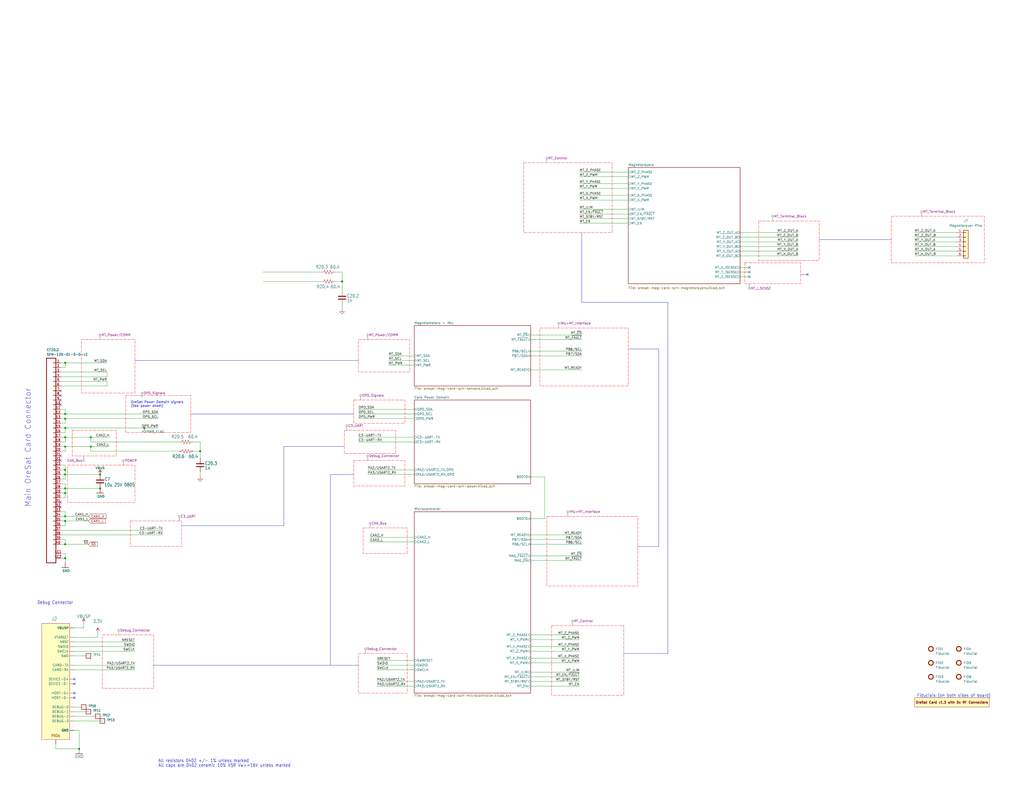
<source format=kicad_sch>
(kicad_sch (version 20250114) (generator "eeschema") (generator_version "9.0")
  (paper "C")
  (title_block (title "OreSat ADCS Card") (date "2023-11-21") (rev "v1.3") (company "Edward Tsoi"))
  (lib_symbols
    (symbol "Connector_Generic:Conn_01x06" (pin_names (offset 1.016) (hide yes))
      (property "Reference" "J" (at 0 7.62 0))
      (property "Value" "Conn_01x06" (at 0 -10.16 0))
      (symbol "Conn_01x06_1_1"
        (rectangle (start -1.27 6.35) (end 1.27 -8.89) (stroke (width 0.254)) (fill (type background)))
        (rectangle (start -1.27 5.207) (end 0 4.953) (stroke (width 0.1524)))
        (rectangle (start -1.27 2.667) (end 0 2.413) (stroke (width 0.1524)))
        (rectangle (start -1.27 0.127) (end 0 -0.127) (stroke (width 0.1524)))
        (rectangle (start -1.27 -2.413) (end 0 -2.667) (stroke (width 0.1524)))
        (rectangle (start -1.27 -4.953) (end 0 -5.207) (stroke (width 0.1524)))
        (rectangle (start -1.27 -7.493) (end 0 -7.747) (stroke (width 0.1524)))
        (pin passive line (at -5.08 5.08 0) (length 3.81) (name "Pin_1") (number "1"))
        (pin passive line (at -5.08 2.54 0) (length 3.81) (name "Pin_2") (number "2"))
        (pin passive line (at -5.08 0 0) (length 3.81) (name "Pin_3") (number "3"))
        (pin passive line (at -5.08 -2.54 0) (length 3.81) (name "Pin_4") (number "4"))
        (pin passive line (at -5.08 -5.08 0) (length 3.81) (name "Pin_5") (number "5"))
        (pin passive line (at -5.08 -7.62 0) (length 3.81) (name "Pin_6") (number "6"))
      )
    )
    (symbol "Device:C" (pin_numbers (hide yes)) (pin_names (offset 0.254))
      (property "Reference" "C" (at 0.635 2.54 0))
      (property "Value" "C" (at 0.635 -2.54 0))
      (symbol "C_0_1"
        (polyline (pts (xy -2.032 0.762) (xy 2.032 0.762)) (stroke (width 0.508)))
        (polyline (pts (xy -2.032 -0.762) (xy 2.032 -0.762)) (stroke (width 0.508)))
      )
      (symbol "C_1_1"
        (pin passive line (at 0 3.81 270) (length 2.794) (name "~") (number "1"))
        (pin passive line (at 0 -3.81 90) (length 2.794) (name "~") (number "2"))
      )
    )
    (symbol "Device:R_US" (pin_numbers (hide yes)) (pin_names (offset 0))
      (property "Reference" "R" (at 2.54 0 90))
      (property "Value" "R_US" (at -2.54 0 90))
      (symbol "R_US_0_1"
        (polyline (pts (xy 0 2.286) (xy 0 2.54)))
        (polyline (pts (xy 0 2.286) (xy 1.016 1.905) (xy 0 1.524) (xy -1.016 1.143) (xy 0 0.762)))
        (polyline (pts (xy 0 0.762) (xy 1.016 0.381) (xy 0 0) (xy -1.016 -0.381) (xy 0 -0.762)))
        (polyline (pts (xy 0 -0.762) (xy 1.016 -1.143) (xy 0 -1.524) (xy -1.016 -1.905) (xy 0 -2.286)))
        (polyline (pts (xy 0 -2.286) (xy 0 -2.54)))
      )
      (symbol "R_US_1_1"
        (pin passive line (at 0 3.81 270) (length 1.27) (name "~") (number "1"))
        (pin passive line (at 0 -3.81 90) (length 1.27) (name "~") (number "2"))
      )
    )
    (symbol "Mechanical:Fiducial"
      (property "Reference" "FID" (at 0 5.08 0))
      (property "Value" "Fiducial" (at 0 3.175 0))
      (symbol "Fiducial_0_1"
        (circle (center 0 0) (radius 1.27) (stroke (width 0.508)) (fill (type background)))
      )
    )
    (symbol "oresat-acs-card-eagle-import:3.3V" (power)
      (property "Value" "3.3V" (at 0 2.794 0))
      (symbol "3.3V_1_0"
        (polyline (pts (xy 0 2.54) (xy -0.762 1.27)) (stroke (width 0.254)))
        (polyline (pts (xy 0.762 1.27) (xy 0 2.54)) (stroke (width 0.254)))
        (pin power_in line (at 0 0 90) (length 2.54) (name "3.3V") (number "1"))
      )
    )
    (symbol "oresat-acs-card-eagle-import:GND" (power)
      (property "Value" "GND" (at -2.54 -2.54 0))
      (symbol "GND_1_0"
        (polyline (pts (xy -1.905 0) (xy 1.905 0)) (stroke (width 0.254)))
        (pin power_in line (at 0 2.54 270) (length 2.54) (name "GND") (number "1"))
      )
    )
    (symbol "oresat-acs-card-eagle-import:TEST-POINT-LARGE-SQUARE"
      (property "Reference" "TP" (at -2.54 2.54 0))
      (symbol "TEST-POINT-LARGE-SQUARE_1_0"
        (polyline (pts (xy -1.27 1.27) (xy 1.27 1.27)) (stroke (width 0.254)))
        (polyline (pts (xy -1.27 -1.27) (xy -1.27 1.27)) (stroke (width 0.254)))
        (polyline (pts (xy 1.27 1.27) (xy 1.27 -1.27)) (stroke (width 0.254)))
        (polyline (pts (xy 1.27 -1.27) (xy -1.27 -1.27)) (stroke (width 0.254)))
        (pin passive line (at 0 0 0) (length 0) (name "1") (number "1"))
      )
    )
    (symbol "oresat-acs-card-eagle-import:VBUS" (power)
      (property "Value" "VBUS" (at 0 0.254 0))
      (symbol "VBUS_1_0"
        (polyline (pts (xy 0 0) (xy -0.762 -1.27)) (stroke (width 0.254)))
        (polyline (pts (xy 0.762 -1.27) (xy 0 0)) (stroke (width 0.254)))
        (pin power_in line (at 0 -2.54 90) (length 2.54) (name "VBUS") (number "1"))
      )
    )
    (symbol "oresat-acs-card-eagle-import:VBUSP" (power)
      (property "Value" "VBUSP" (at 0 2.794 0))
      (symbol "VBUSP_1_0"
        (polyline (pts (xy 0 2.54) (xy -0.762 1.27)) (stroke (width 0.254)))
        (polyline (pts (xy 0.762 1.27) (xy 0 2.54)) (stroke (width 0.254)))
        (pin power_in line (at 0 0 90) (length 2.54) (name "VBUSP") (number "1"))
      )
    )
    (symbol "oresat-connectors:J-SAMTEC-SFM-120-X1-XXX-D" (pin_names (hide yes))
      (property "Reference" "J" (at -15.24 55.88 0))
      (property "Value" "J-SAMTEC-SFM-120-X1-XXX-D" (at 0 53.34 0))
      (symbol "J-SAMTEC-SFM-120-X1-XXX-D_0_1"
        (rectangle (start -2.54 50.8) (end 2.54 -60.96) (stroke (width 0.4)))
        (rectangle (start 2.413 48.387) (end 1.143 48.133) (stroke (width 0.1524)))
        (rectangle (start 2.413 45.847) (end 1.143 45.593) (stroke (width 0.1524)))
        (rectangle (start 2.413 43.307) (end 1.143 43.053) (stroke (width 0.1524)))
        (rectangle (start 2.413 40.767) (end 1.143 40.513) (stroke (width 0.1524)))
        (rectangle (start 2.413 38.227) (end 1.143 37.973) (stroke (width 0.1524)))
        (rectangle (start 2.413 35.687) (end 1.143 35.433) (stroke (width 0.1524)))
        (rectangle (start 2.413 33.147) (end 1.143 32.893) (stroke (width 0.1524)))
        (rectangle (start 2.413 30.607) (end 1.143 30.353) (stroke (width 0.1524)))
        (rectangle (start 2.413 28.067) (end 1.143 27.813) (stroke (width 0.1524)))
        (rectangle (start 2.413 25.527) (end 1.143 25.273) (stroke (width 0.1524)))
        (rectangle (start 2.413 22.987) (end 1.143 22.733) (stroke (width 0.1524)))
        (rectangle (start 2.413 20.447) (end 1.143 20.193) (stroke (width 0.1524)))
        (rectangle (start 2.413 17.907) (end 1.143 17.653) (stroke (width 0.1524)))
        (rectangle (start 2.413 15.367) (end 1.143 15.113) (stroke (width 0.1524)))
        (rectangle (start 2.413 12.827) (end 1.143 12.573) (stroke (width 0.1524)))
        (rectangle (start 2.413 10.287) (end 1.143 10.033) (stroke (width 0.1524)))
        (rectangle (start 2.413 7.747) (end 1.143 7.493) (stroke (width 0.1524)))
        (rectangle (start 2.413 5.207) (end 1.143 4.953) (stroke (width 0.1524)))
        (rectangle (start 2.413 2.667) (end 1.143 2.413) (stroke (width 0.1524)))
        (rectangle (start 2.413 0.127) (end 1.143 -0.127) (stroke (width 0.1524)))
        (rectangle (start 2.413 -2.413) (end 1.143 -2.667) (stroke (width 0.1524)))
        (rectangle (start 2.413 -4.953) (end 1.143 -5.207) (stroke (width 0.1524)))
        (rectangle (start 2.413 -7.493) (end 1.143 -7.747) (stroke (width 0.1524)))
        (rectangle (start 2.413 -10.033) (end 1.143 -10.287) (stroke (width 0.1524)))
        (rectangle (start 2.413 -12.573) (end 1.143 -12.827) (stroke (width 0.1524)))
        (rectangle (start 2.413 -15.113) (end 1.143 -15.367) (stroke (width 0.1524)))
        (rectangle (start 2.413 -17.653) (end 1.143 -17.907) (stroke (width 0.1524)))
        (rectangle (start 2.413 -20.193) (end 1.143 -20.447) (stroke (width 0.1524)))
        (rectangle (start 2.413 -22.733) (end 1.143 -22.987) (stroke (width 0.1524)))
        (rectangle (start 2.413 -25.273) (end 1.143 -25.527) (stroke (width 0.1524)))
        (rectangle (start 2.413 -27.813) (end 1.143 -28.067) (stroke (width 0.1524)))
        (rectangle (start 2.413 -30.353) (end 1.143 -30.607) (stroke (width 0.1524)))
        (rectangle (start 2.413 -32.893) (end 1.143 -33.147) (stroke (width 0.1524)))
        (rectangle (start 2.413 -35.433) (end 1.143 -35.687) (stroke (width 0.1524)))
        (rectangle (start 2.413 -37.973) (end 1.143 -38.227) (stroke (width 0.1524)))
        (rectangle (start 2.413 -40.513) (end 1.143 -40.767) (stroke (width 0.1524)))
        (rectangle (start 2.413 -43.053) (end 1.143 -43.307) (stroke (width 0.1524)))
        (rectangle (start 2.413 -45.593) (end 1.143 -45.847) (stroke (width 0.1524)))
        (rectangle (start 2.413 -48.133) (end 1.143 -48.387) (stroke (width 0.1524)))
        (rectangle (start 2.413 -50.673) (end 1.143 -50.927) (stroke (width 0.1524)))
      )
      (symbol "J-SAMTEC-SFM-120-X1-XXX-D_1_1"
        (pin passive line (at 5.08 48.26 180) (length 2.54) (name "") (number "1"))
        (pin passive line (at 5.08 45.72 180) (length 2.54) (name "") (number "2"))
        (pin passive line (at 5.08 43.18 180) (length 2.54) (name "") (number "3"))
        (pin passive line (at 5.08 40.64 180) (length 2.54) (name "") (number "4"))
        (pin passive line (at 5.08 38.1 180) (length 2.54) (name "") (number "5"))
        (pin passive line (at 5.08 35.56 180) (length 2.54) (name "") (number "6"))
        (pin passive line (at 5.08 33.02 180) (length 2.54) (name "") (number "7"))
        (pin passive line (at 5.08 30.48 180) (length 2.54) (name "") (number "8"))
        (pin passive line (at 5.08 27.94 180) (length 2.54) (name "") (number "9"))
        (pin passive line (at 5.08 25.4 180) (length 2.54) (name "") (number "10"))
        (pin passive line (at 5.08 22.86 180) (length 2.54) (name "") (number "11"))
        (pin passive line (at 5.08 20.32 180) (length 2.54) (name "") (number "12"))
        (pin passive line (at 5.08 17.78 180) (length 2.54) (name "") (number "13"))
        (pin passive line (at 5.08 15.24 180) (length 2.54) (name "") (number "14"))
        (pin passive line (at 5.08 12.7 180) (length 2.54) (name "") (number "15"))
        (pin passive line (at 5.08 10.16 180) (length 2.54) (name "") (number "16"))
        (pin passive line (at 5.08 7.62 180) (length 2.54) (name "") (number "17"))
        (pin passive line (at 5.08 5.08 180) (length 2.54) (name "") (number "18"))
        (pin passive line (at 5.08 2.54 180) (length 2.54) (name "") (number "19"))
        (pin passive line (at 5.08 0 180) (length 2.54) (name "") (number "20"))
        (pin passive line (at 5.08 -2.54 180) (length 2.54) (name "") (number "21"))
        (pin passive line (at 5.08 -5.08 180) (length 2.54) (name "") (number "22"))
        (pin passive line (at 5.08 -7.62 180) (length 2.54) (name "") (number "23"))
        (pin passive line (at 5.08 -10.16 180) (length 2.54) (name "") (number "24"))
        (pin passive line (at 5.08 -12.7 180) (length 2.54) (name "") (number "25"))
        (pin passive line (at 5.08 -15.24 180) (length 2.54) (name "") (number "26"))
        (pin passive line (at 5.08 -17.78 180) (length 2.54) (name "") (number "27"))
        (pin passive line (at 5.08 -20.32 180) (length 2.54) (name "") (number "28"))
        (pin passive line (at 5.08 -22.86 180) (length 2.54) (name "") (number "29"))
        (pin passive line (at 5.08 -25.4 180) (length 2.54) (name "") (number "30"))
        (pin passive line (at 5.08 -27.94 180) (length 2.54) (name "") (number "31"))
        (pin passive line (at 5.08 -30.48 180) (length 2.54) (name "") (number "32"))
        (pin passive line (at 5.08 -33.02 180) (length 2.54) (name "") (number "33"))
        (pin passive line (at 5.08 -35.56 180) (length 2.54) (name "") (number "34"))
        (pin passive line (at 5.08 -38.1 180) (length 2.54) (name "") (number "35"))
        (pin passive line (at 5.08 -40.64 180) (length 2.54) (name "") (number "36"))
        (pin passive line (at 5.08 -43.18 180) (length 2.54) (name "") (number "37"))
        (pin passive line (at 5.08 -45.72 180) (length 2.54) (name "") (number "38"))
        (pin passive line (at 5.08 -48.26 180) (length 2.54) (name "") (number "39"))
        (pin passive line (at 5.08 -50.8 180) (length 2.54) (name "") (number "40"))
        (pin passive line (at 5.08 -55.88 180) (length 2.54) (name "") (number "LC1"))
        (pin passive line (at 5.08 -58.42 180) (length 2.54) (name "") (number "LC2"))
      )
    )
    (symbol "oresat-connectors:J-TE-2-1734592-0"
      (property "Reference" "J" (at 0 35.56 0))
      (property "Value" "2-1734592-0" (at 0 33.02 0))
      (symbol "J-TE-2-1734592-0_0_1"
        (rectangle (start -7.62 30.48) (end 7.62 -33.02) (fill (type background)))
      )
      (symbol "J-TE-2-1734592-0_1_0"
        (text "PADs" (at -2.54 -31.75 0) (effects (font (size 1.524 1.2954)) (justify left bottom)))
        (pin passive line (at 0 -35.56 90) (length 2.54) (name "PAD") (number "PAD1"))
        (pin passive line (at 0 -35.56 90) (length 2.54) (name "PAD") (number "PAD2"))
        (pin passive line (at 10.16 27.94 180) (length 2.54) (name "VBUSP") (number "1"))
        (pin passive line (at 10.16 27.94 180) (length 2.54) (name "VBUSP") (number "2"))
        (pin passive line (at 10.16 22.86 180) (length 2.54) (name "VTARGET") (number "11"))
        (pin passive line (at 10.16 20.32 180) (length 2.54) (name "NRST") (number "10"))
        (pin passive line (at 10.16 17.78 180) (length 2.54) (name "SWDIO") (number "14"))
        (pin passive line (at 10.16 15.24 180) (length 2.54) (name "SWCLK") (number "15"))
        (pin passive line (at 10.16 12.7 180) (length 2.54) (name "SWO") (number "16"))
        (pin passive line (at 10.16 7.62 180) (length 2.54) (name "CARD-TX") (number "13"))
        (pin passive line (at 10.16 5.08 180) (length 2.54) (name "CARD-RX") (number "12"))
        (pin passive line (at 10.16 0 180) (length 2.54) (name "DEVICE-D+") (number "4"))
        (pin passive line (at 10.16 -2.54 180) (length 2.54) (name "DEVICE-D-") (number "5"))
        (pin passive line (at 10.16 -7.62 180) (length 2.54) (name "HOST-D+") (number "7"))
        (pin passive line (at 10.16 -10.16 180) (length 2.54) (name "HOST-D-") (number "8"))
        (pin passive line (at 10.16 -15.24 180) (length 2.54) (name "DEBUG-0") (number "17"))
        (pin passive line (at 10.16 -17.78 180) (length 2.54) (name "DEBUG-1") (number "18"))
        (pin passive line (at 10.16 -20.32 180) (length 2.54) (name "DEBUG-2") (number "19"))
        (pin passive line (at 10.16 -22.86 180) (length 2.54) (name "DEBUG-3") (number "20"))
        (pin passive line (at 10.16 -27.94 180) (length 2.54) (name "GND") (number "3"))
        (pin passive line (at 10.16 -27.94 180) (length 2.54) (name "GND") (number "6"))
        (pin passive line (at 10.16 -27.94 180) (length 2.54) (name "GND") (number "9"))
      )
    )
    (symbol "oresat-pcbs:ORESAT-CARD-V1.3-0RF"
      (symbol "ORESAT-CARD-V1.3-0RF_1_0"
        (rectangle (start -20.32 2.54) (end 20.32 -2.54) (fill (type background)))
        (text "OreSat Card v1.3 with 0x RF Connectors" (at 0 0 0) (effects (font (size 1.27 1.27) (bold yes))))
      )
    )
    (symbol "power:GND" (power) (pin_numbers (hide yes)) (pin_names (offset 0) (hide yes))
      (property "Value" "GND" (at 0 -3.81 0))
      (symbol "GND_0_1"
        (polyline (pts (xy 0 0) (xy 0 -1.27) (xy 1.27 -1.27) (xy 0 -2.54) (xy -1.27 -1.27) (xy 0 -1.27)))
      )
      (symbol "GND_1_1"
        (pin power_in line (at 0 0 270) (length 0) (name "~") (number "1"))
      )
    )
    (symbol "power:PWR_FLAG" (power) (pin_numbers (hide yes)) (pin_names (offset 0) (hide yes))
      (property "Value" "PWR_FLAG" (at 0 3.81 0))
      (symbol "PWR_FLAG_0_0"
        (pin power_out line (at 0 0 90) (length 0) (name "pwr") (number "1"))
      )
      (symbol "PWR_FLAG_0_1"
        (polyline (pts (xy 0 0) (xy 0 1.27) (xy -1.016 1.905) (xy 0 2.54) (xy 1.016 1.905) (xy 0 1.27)))
      )
    )
  )
  (text "Main OreSat Card Connector" (at 17.018 277.114 90) (effects (font (size 3 3)) (justify left bottom)))
  (text "Debug Connector\n" (at 20.32 330.2 0) (effects (font (size 1.778 1.5113)) (justify left bottom)))
  (text "Fiducials (on both sides of board)" (at 500.38 381 0) (effects (font (size 1.778 1.5113)) (justify left bottom)))
  (text "All caps are 0402 ceramic 10% X5R Vw>=16V unless marked" (at 86.36 419.1 0) (effects (font (size 1.778 1.5113)) (justify left bottom)))
  (text "OreSat Power Domain signals\n(See power sheet)" (at 71.374 222.504 0) (effects (font (size 1.27 1.27)) (justify left bottom)))
  (text "All resistors 0402 +/- 1% unless marked" (at 86.36 416.56 0) (effects (font (size 1.778 1.5113)) (justify left bottom)))
  (junction (at 186.69 153.67))
  (junction (at 35.56 256.54) (diameter 0.9144))
  (junction (at 43.18 408.94))
  (junction (at 35.56 243.84))
  (junction (at 35.56 228.6) (diameter 0.9144))
  (junction (at 35.56 284.48) (diameter 0.9144))
  (junction (at 35.56 198.12) (diameter 0.9144))
  (junction (at 78.74 233.68))
  (junction (at 35.56 297.18) (diameter 0.9144))
  (junction (at 54.61 266.7))
  (junction (at 35.56 266.7) (diameter 0.9144))
  (junction (at 35.56 281.94) (diameter 0.9144))
  (junction (at 35.56 226.06) (diameter 0.9144))
  (junction (at 35.56 238.76))
  (junction (at 35.56 304.8))
  (junction (at 54.61 259.08))
  (junction (at 35.56 259.08) (diameter 0.9144))
  (junction (at 49.53 238.76))
  (junction (at 35.56 233.68) (diameter 0.9144))
  (junction (at 35.56 269.24) (diameter 0.9144))
  (junction (at 49.53 243.84))
  (junction (at 109.22 246.38))
  (no_connect (at 33.02 213.36))
  (no_connect (at 408.94 151.13))
  (no_connect (at 40.64 370.84))
  (no_connect (at 33.02 248.92))
  (no_connect (at 440.69 149.86))
  (no_connect (at 33.02 215.9))
  (no_connect (at 33.02 276.86))
  (no_connect (at 40.64 381))
  (no_connect (at 408.94 148.59))
  (no_connect (at 33.02 218.44))
  (no_connect (at 33.02 274.32))
  (no_connect (at 33.02 251.46))
  (no_connect (at 33.02 220.98))
  (no_connect (at 40.64 373.38))
  (no_connect (at 40.64 378.46))
  (no_connect (at 408.94 146.05))
  (wire (pts (xy 182.88 148.59) (xy 186.69 148.59)))
  (wire (pts (xy 33.02 304.8) (xy 35.56 304.8)))
  (wire (pts (xy 226.06 293.37) (xy 201.93 293.37)))
  (wire (pts (xy 35.56 269.24) (xy 35.56 266.7)))
  (wire (pts (xy 289.56 292.1) (xy 317.5 292.1)))
  (wire (pts (xy 35.56 200.66) (xy 35.56 198.12)))
  (wire (pts (xy 33.02 271.78) (xy 35.56 271.78)))
  (wire (pts (xy 316.23 109.22) (xy 342.9 109.22)))
  (wire (pts (xy 33.02 223.52) (xy 35.56 223.52)))
  (wire (pts (xy 58.42 203.2) (xy 58.42 205.74)))
  (wire (pts (xy 33.02 269.24) (xy 35.56 269.24)))
  (wire (pts (xy 195.58 238.76) (xy 226.06 238.76)))
  (wire (pts (xy 48.26 388.62) (xy 40.64 388.62)))
  (wire (pts (xy 289.56 182.88) (xy 317.5 182.88)))
  (wire (pts (xy 186.69 148.59) (xy 186.69 153.67)))
  (wire (pts (xy 33.02 289.56) (xy 88.9 289.56)))
  (wire (pts (xy 33.02 284.48) (xy 35.56 284.48)))
  (wire (pts (xy 499.11 132.08) (xy 521.97 132.08)))
  (wire (pts (xy 316.23 349.25) (xy 289.56 349.25)))
  (wire (pts (xy 33.02 238.76) (xy 35.56 238.76)))
  (wire (pts (xy 499.11 127) (xy 521.97 127)))
  (wire (pts (xy 35.56 279.4) (xy 35.56 281.94)))
  (wire (pts (xy 45.72 342.9) (xy 45.72 340.36)))
  (wire (pts (xy 33.02 259.08) (xy 35.56 259.08)))
  (wire (pts (xy 33.02 302.26) (xy 35.56 302.26)))
  (wire (pts (xy 33.02 241.3) (xy 35.56 241.3)))
  (wire (pts (xy 48.26 358.14) (xy 40.64 358.14)))
  (wire (pts (xy 35.56 228.6) (xy 35.56 231.14)))
  (wire (pts (xy 33.02 294.64) (xy 35.56 294.64)))
  (wire (pts (xy 33.02 254) (xy 35.56 254)))
  (wire (pts (xy 33.02 208.28) (xy 58.42 208.28)))
  (wire (pts (xy 33.02 266.7) (xy 35.56 266.7)))
  (wire (pts (xy 35.56 256.54) (xy 35.56 259.08)))
  (wire (pts (xy 195.58 226.06) (xy 226.06 226.06)))
  (wire (pts (xy 205.74 363.22) (xy 226.06 363.22)))
  (wire (pts (xy 297.18 260.35) (xy 297.18 283.21)))
  (wire (pts (xy 289.56 191.77) (xy 317.5 191.77)))
  (wire (pts (xy 195.58 228.6) (xy 226.06 228.6)))
  (wire (pts (xy 403.86 127) (xy 435.61 127)))
  (polyline (pts (xy 447.04 130.81) (xy 486.41 130.81)))
  (wire (pts (xy 33.02 243.84) (xy 35.56 243.84)))
  (wire (pts (xy 186.69 153.67) (xy 186.69 158.75)))
  (wire (pts (xy 49.53 243.84) (xy 59.69 243.84)))
  (wire (pts (xy 33.02 292.1) (xy 88.9 292.1)))
  (wire (pts (xy 316.23 374.65) (xy 289.56 374.65)))
  (polyline (pts (xy 359.41 298.45) (xy 347.98 298.45)))
  (wire (pts (xy 35.56 287.02) (xy 33.02 287.02)))
  (wire (pts (xy 109.22 246.38) (xy 109.22 250.19)))
  (wire (pts (xy 105.41 241.3) (xy 109.22 241.3)))
  (wire (pts (xy 316.23 367.03) (xy 289.56 367.03)))
  (wire (pts (xy 289.56 306.07) (xy 317.5 306.07)))
  (wire (pts (xy 316.23 353.06) (xy 289.56 353.06)))
  (wire (pts (xy 55.88 393.7) (xy 40.64 393.7)))
  (wire (pts (xy 105.41 246.38) (xy 109.22 246.38)))
  (wire (pts (xy 58.42 208.28) (xy 58.42 210.82)))
  (polyline (pts (xy 317.5 165.1) (xy 364.49 165.1)))
  (wire (pts (xy 33.02 231.14) (xy 35.56 231.14)))
  (wire (pts (xy 143.51 153.67) (xy 175.26 153.67)))
  (wire (pts (xy 205.74 374.65) (xy 226.06 374.65)))
  (wire (pts (xy 49.53 238.76) (xy 49.53 241.3)))
  (polyline (pts (xy 99.06 287.02) (xy 154.94 287.02)))
  (wire (pts (xy 35.56 226.06) (xy 86.36 226.06)))
  (wire (pts (xy 289.56 303.53) (xy 317.5 303.53)))
  (wire (pts (xy 316.23 100.33) (xy 342.9 100.33)))
  (wire (pts (xy 316.23 346.71) (xy 289.56 346.71)))
  (wire (pts (xy 316.23 121.92) (xy 342.9 121.92)))
  (wire (pts (xy 316.23 355.6) (xy 289.56 355.6)))
  (wire (pts (xy 35.56 233.68) (xy 78.74 233.68)))
  (wire (pts (xy 35.56 266.7) (xy 54.61 266.7)))
  (wire (pts (xy 403.86 146.05) (xy 408.94 146.05)))
  (polyline (pts (xy 83.82 363.22) (xy 195.58 363.22)))
  (wire (pts (xy 30.48 408.94) (xy 43.18 408.94)))
  (wire (pts (xy 403.86 129.54) (xy 435.61 129.54)))
  (wire (pts (xy 35.56 238.76) (xy 35.56 241.3)))
  (wire (pts (xy 205.74 372.11) (xy 226.06 372.11)))
  (wire (pts (xy 499.11 134.62) (xy 521.97 134.62)))
  (wire (pts (xy 35.56 294.64) (xy 35.56 297.18)))
  (wire (pts (xy 35.56 228.6) (xy 86.36 228.6)))
  (wire (pts (xy 289.56 260.35) (xy 297.18 260.35)))
  (wire (pts (xy 205.74 365.76) (xy 226.06 365.76)))
  (polyline (pts (xy 180.34 363.22) (xy 180.34 259.08)))
  (wire (pts (xy 316.23 119.38) (xy 342.9 119.38)))
  (wire (pts (xy 212.09 196.85) (xy 226.06 196.85)))
  (wire (pts (xy 316.23 359.41) (xy 289.56 359.41)))
  (polyline (pts (xy 154.94 243.84) (xy 187.96 243.84)))
  (wire (pts (xy 316.23 106.68) (xy 342.9 106.68)))
  (wire (pts (xy 40.64 350.52) (xy 73.66 350.52)))
  (wire (pts (xy 30.48 406.4) (xy 30.48 408.94)))
  (polyline (pts (xy 364.49 356.87) (xy 340.36 356.87)))
  (polyline (pts (xy 364.49 165.1) (xy 364.49 356.87)))
  (wire (pts (xy 186.69 166.37) (xy 186.69 168.91)))
  (wire (pts (xy 316.23 361.95) (xy 289.56 361.95)))
  (wire (pts (xy 499.11 139.7) (xy 521.97 139.7)))
  (wire (pts (xy 289.56 297.18) (xy 317.5 297.18)))
  (wire (pts (xy 212.09 199.39) (xy 226.06 199.39)))
  (wire (pts (xy 33.02 198.12) (xy 35.56 198.12)))
  (polyline (pts (xy 180.34 259.08) (xy 193.04 259.08)))
  (wire (pts (xy 316.23 96.52) (xy 342.9 96.52)))
  (wire (pts (xy 40.64 347.98) (xy 53.34 347.98)))
  (wire (pts (xy 35.56 297.18) (xy 48.26 297.18)))
  (wire (pts (xy 49.53 238.76) (xy 59.69 238.76)))
  (wire (pts (xy 33.02 279.4) (xy 35.56 279.4)))
  (wire (pts (xy 33.02 233.68) (xy 35.56 233.68)))
  (wire (pts (xy 143.51 148.59) (xy 175.26 148.59)))
  (wire (pts (xy 289.56 194.31) (xy 317.5 194.31)))
  (wire (pts (xy 316.23 369.57) (xy 289.56 369.57)))
  (wire (pts (xy 35.56 269.24) (xy 35.56 271.78)))
  (polyline (pts (xy 359.41 190.5) (xy 359.41 298.45)))
  (wire (pts (xy 499.11 137.16) (xy 521.97 137.16)))
  (wire (pts (xy 40.64 398.78) (xy 43.18 398.78)))
  (wire (pts (xy 33.02 205.74) (xy 58.42 205.74)))
  (wire (pts (xy 33.02 228.6) (xy 35.56 228.6)))
  (wire (pts (xy 316.23 114.3) (xy 342.9 114.3)))
  (polyline (pts (xy 195.58 196.85) (xy 73.66 196.85)))
  (wire (pts (xy 205.74 360.68) (xy 226.06 360.68)))
  (wire (pts (xy 33.02 200.66) (xy 35.56 200.66)))
  (wire (pts (xy 35.56 238.76) (xy 49.53 238.76)))
  (wire (pts (xy 35.56 243.84) (xy 35.56 246.38)))
  (polyline (pts (xy 154.94 287.02) (xy 154.94 243.84)))
  (wire (pts (xy 40.64 355.6) (xy 73.66 355.6)))
  (polyline (pts (xy 436.88 149.86) (xy 440.69 149.86)))
  (wire (pts (xy 35.56 233.68) (xy 35.56 236.22)))
  (wire (pts (xy 49.53 246.38) (xy 97.79 246.38)))
  (wire (pts (xy 195.58 223.52) (xy 226.06 223.52)))
  (wire (pts (xy 289.56 201.93) (xy 317.5 201.93)))
  (wire (pts (xy 40.64 342.9) (xy 45.72 342.9)))
  (wire (pts (xy 35.56 302.26) (xy 35.56 304.8)))
  (wire (pts (xy 40.64 386.08) (xy 45.72 386.08)))
  (wire (pts (xy 33.02 203.2) (xy 58.42 203.2)))
  (wire (pts (xy 35.56 256.54) (xy 33.02 256.54)))
  (wire (pts (xy 33.02 264.16) (xy 35.56 264.16)))
  (wire (pts (xy 403.86 132.08) (xy 435.61 132.08)))
  (wire (pts (xy 35.56 284.48) (xy 48.26 284.48)))
  (wire (pts (xy 40.64 353.06) (xy 73.66 353.06)))
  (wire (pts (xy 109.22 257.81) (xy 109.22 260.35)))
  (wire (pts (xy 316.23 102.87) (xy 342.9 102.87)))
  (wire (pts (xy 195.58 241.3) (xy 226.06 241.3)))
  (wire (pts (xy 316.23 372.11) (xy 289.56 372.11)))
  (wire (pts (xy 403.86 151.13) (xy 408.94 151.13)))
  (wire (pts (xy 35.56 223.52) (xy 35.56 226.06)))
  (wire (pts (xy 33.02 210.82) (xy 58.42 210.82)))
  (wire (pts (xy 40.64 391.16) (xy 53.34 391.16)))
  (wire (pts (xy 35.56 259.08) (xy 54.61 259.08)))
  (wire (pts (xy 289.56 294.64) (xy 317.5 294.64)))
  (wire (pts (xy 316.23 116.84) (xy 342.9 116.84)))
  (polyline (pts (xy 317.5 127) (xy 317.5 165.1)))
  (wire (pts (xy 49.53 243.84) (xy 49.53 246.38)))
  (wire (pts (xy 316.23 93.98) (xy 342.9 93.98)))
  (wire (pts (xy 289.56 283.21) (xy 297.18 283.21)))
  (wire (pts (xy 212.09 194.31) (xy 226.06 194.31)))
  (wire (pts (xy 403.86 134.62) (xy 435.61 134.62)))
  (wire (pts (xy 499.11 129.54) (xy 521.97 129.54)))
  (wire (pts (xy 33.02 236.22) (xy 35.56 236.22)))
  (wire (pts (xy 182.88 153.67) (xy 186.69 153.67)))
  (wire (pts (xy 40.64 363.22) (xy 73.66 363.22)))
  (wire (pts (xy 35.56 261.62) (xy 33.02 261.62)))
  (wire (pts (xy 35.56 297.18) (xy 33.02 297.18)))
  (polyline (pts (xy 193.04 226.06) (xy 104.14 226.06)))
  (wire (pts (xy 40.64 365.76) (xy 73.66 365.76)))
  (wire (pts (xy 200.66 256.54) (xy 226.06 256.54)))
  (wire (pts (xy 35.56 243.84) (xy 49.53 243.84)))
  (wire (pts (xy 35.56 198.12) (xy 58.42 198.12)))
  (wire (pts (xy 109.22 241.3) (xy 109.22 246.38)))
  (wire (pts (xy 35.56 246.38) (xy 33.02 246.38)))
  (wire (pts (xy 403.86 148.59) (xy 408.94 148.59)))
  (wire (pts (xy 200.66 259.08) (xy 226.06 259.08)))
  (wire (pts (xy 226.06 295.91) (xy 201.93 295.91)))
  (wire (pts (xy 289.56 185.42) (xy 317.5 185.42)))
  (wire (pts (xy 403.86 139.7) (xy 435.61 139.7)))
  (wire (pts (xy 43.18 398.78) (xy 43.18 408.94)))
  (wire (pts (xy 35.56 284.48) (xy 35.56 287.02)))
  (wire (pts (xy 53.34 347.98) (xy 53.34 345.44)))
  (wire (pts (xy 35.56 254) (xy 35.56 256.54)))
  (wire (pts (xy 403.86 137.16) (xy 435.61 137.16)))
  (wire (pts (xy 35.56 259.08) (xy 35.56 261.62)))
  (wire (pts (xy 35.56 264.16) (xy 35.56 266.7)))
  (polyline (pts (xy 342.9 190.5) (xy 359.41 190.5)))
  (wire (pts (xy 78.74 233.68) (xy 86.36 233.68)))
  (wire (pts (xy 33.02 226.06) (xy 35.56 226.06)))
  (wire (pts (xy 49.53 241.3) (xy 97.79 241.3)))
  (wire (pts (xy 33.02 281.94) (xy 35.56 281.94)))
  (wire (pts (xy 35.56 304.8) (xy 35.56 307.34)))
  (wire (pts (xy 35.56 281.94) (xy 48.26 281.94)))
  (label "MT_EN{slash}~{FAULT}" (at 316.23 369.57 180))
  (label "MT_EN" (at 316.23 374.65 180))
  (label "PB7{slash}SDA" (at 317.5 294.64 180))
  (label "MT_X_PHASE" (at 316.23 359.41 180))
  (label "C3-UART-RX" (at 88.9 292.1 180))
  (label "OPD_PWR" (at 86.36 233.68 180))
  (label "MT_PWR" (at 212.09 199.39 0))
  (label "MT_X_OUT_B" (at 435.61 139.7 180))
  (label "PB6{slash}SCL" (at 317.5 297.18 180))
  (label "MT_X_PWM" (at 316.23 361.95 180))
  (label "MT_Y_OUT_B" (at 435.61 134.62 180))
  (label "MT_ILIM" (at 316.23 367.03 180))
  (label "CAN2_H" (at 59.69 238.76 180))
  (label "MT_Z_PHASE" (at 316.23 93.98 0))
  (label "MT_X_OUT_A" (at 499.11 137.16 0))
  (label "MT_SDA" (at 212.09 194.31 0))
  (label "C3-UART-TX" (at 88.9 289.56 180))
  (label "MT_EN" (at 316.23 121.92 0))
  (label "MT_Y_OUT_A" (at 435.61 132.08 180))
  (label "MT_~{EN}" (at 317.5 303.53 180))
  (label "MT_Z_OUT_B" (at 435.61 129.54 180))
  (label "SWDIO" (at 73.66 353.06 180))
  (label "MT_~{FAULT}" (at 317.5 185.42 180))
  (label "OPD_SDA" (at 86.36 226.06 180))
  (label "MT_Z_PWM" (at 316.23 349.25 180))
  (label "PA2{slash}USART2_TX" (at 73.66 363.22 180))
  (label "PA3{slash}USART2_RX" (at 200.66 259.08 0))
  (label "NRESET" (at 73.66 350.52 180))
  (label "MT_STBY{slash}RST" (at 316.23 119.38 0))
  (label "SWDIO" (at 205.74 363.22 0))
  (label "MT_Z_PHASE" (at 316.23 346.71 180))
  (label "PB6{slash}SCL" (at 317.5 191.77 180))
  (label "MT_~{FAULT}" (at 317.5 306.07 180))
  (label "MT_Z_OUT_A" (at 499.11 127 0))
  (label "MT_Y_PWM" (at 316.23 355.6 180))
  (label "MT_X_OUT_B" (at 499.11 139.7 0))
  (label "CAN2_L" (at 59.69 243.84 180))
  (label "CAN2_H" (at 201.93 293.37 0))
  (label "SWCLK" (at 73.66 355.6 180))
  (label "OPD_SCL" (at 86.36 228.6 180))
  (label "C3-UART-TX" (at 195.58 238.76 0))
  (label "MT_SCL" (at 58.42 203.2 180))
  (label "OPD_SDA" (at 195.58 223.52 0))
  (label "SWCLK" (at 205.74 365.76 0))
  (label "PB7{slash}SDA" (at 317.5 194.31 180))
  (label "MT_Y_OUT_A" (at 499.11 132.08 0))
  (label "MT_SCL" (at 212.09 196.85 0))
  (label "MT_~{EN}" (at 317.5 182.88 180))
  (label "CAN1_H" (at 48.26 281.94 180))
  (label "MT_Z_PWM" (at 316.23 96.52 0))
  (label "CAN2_L" (at 201.93 295.91 0))
  (label "PA2{slash}USART2_TX" (at 205.74 372.11 0))
  (label "MT_X_PWM" (at 316.23 109.22 0))
  (label "MT_X_OUT_A" (at 435.61 137.16 180))
  (label "MT_Y_OUT_B" (at 499.11 134.62 0))
  (label "PA3{slash}USART2_RX" (at 205.74 374.65 0))
  (label "MT_READY" (at 317.5 292.1 180))
  (label "MT_Y_PHASE" (at 316.23 100.33 0))
  (label "~{SD}" (at 48.26 297.18 180))
  (label "MT_X_PHASE" (at 316.23 106.68 0))
  (label "PA3{slash}USART2_RX" (at 73.66 365.76 180))
  (label "OPD_PWR" (at 195.58 228.6 0))
  (label "MT_READY" (at 317.5 201.93 180))
  (label "MT_EN{slash}~{FAULT}" (at 316.23 116.84 0))
  (label "MT_Y_PHASE" (at 316.23 353.06 180))
  (label "MT_Z_OUT_A" (at 435.61 127 180))
  (label "OPD_SCL" (at 195.58 226.06 0))
  (label "MT_Y_PWM" (at 316.23 102.87 0))
  (label "MT_Z_OUT_B" (at 499.11 129.54 0))
  (label "PA2{slash}USART2_TX" (at 200.66 256.54 0))
  (label "MT_SDA" (at 58.42 198.12 180))
  (label "MT_STBY{slash}RST" (at 316.23 372.11 180))
  (label "MT_ILIM" (at 316.23 114.3 0))
  (label "C3-UART-RX" (at 195.58 241.3 0))
  (label "NRESET" (at 205.74 360.68 0))
  (label "CAN1_L" (at 48.26 284.48 180))
  (label "MT_PWR" (at 58.42 208.28 180))
  (global_label "CAN1_L" (shape input) (at 48.26 284.48 0) (property "Intersheetrefs" "${INTERSHEET_REFS}" (at 57.5674 284.4006 0) (effects (justify left))))
  (global_label "CAN1_H" (shape input) (at 48.26 281.94 0) (property "Intersheetrefs" "${INTERSHEET_REFS}" (at 57.8698 281.8606 0) (effects (justify left))))
  (global_label "~{SD}" (shape input) (at 48.26 297.18 0) (property "Intersheetrefs" "${INTERSHEET_REFS}" (at 53.6453 297.18 0) (effects (justify left))))
  (rule_area (polyline (pts (xy 195.58 356.87) (xy 222.25 356.87) (xy 222.25 378.46) (xy 195.58 378.46)) (stroke (width 0) (type dash))))
  (rule_area (polyline (pts (xy 195.58 185.42) (xy 223.52 185.42) (xy 223.52 203.2) (xy 195.58 203.2)) (stroke (width 0) (type dash))))
  (rule_area (polyline (pts (xy 486.41 118.11) (xy 537.21 118.11) (xy 537.21 143.51) (xy 486.41 143.51)) (stroke (width 0) (type dash))))
  (rule_area (polyline (pts (xy 406.4 143.51) (xy 436.88 143.51) (xy 436.88 154.94) (xy 406.4 154.94)) (stroke (width 0) (type dash))))
  (rule_area (polyline (pts (xy 39.37 234.95) (xy 63.5 234.95) (xy 63.5 248.92) (xy 39.37 248.92)) (stroke (width 0) (type dash))))
  (rule_area (polyline (pts (xy 44.45 185.42) (xy 73.66 185.42) (xy 73.66 214.63) (xy 44.45 214.63)) (stroke (width 0) (type dash))))
  (rule_area (polyline (pts (xy 294.64 179.07) (xy 342.9 179.07) (xy 342.9 210.82) (xy 294.64 210.82)) (stroke (width 0) (type dash))))
  (rule_area (polyline (pts (xy 55.88 346.71) (xy 83.82 346.71) (xy 83.82 375.92) (xy 55.88 375.92)) (stroke (width 0) (type dash))))
  (rule_area (polyline (pts (xy 36.83 254) (xy 73.66 254) (xy 73.66 274.32) (xy 36.83 274.32)) (stroke (width 0) (type dash))))
  (rule_area (polyline (pts (xy 71.12 284.48) (xy 99.06 284.48) (xy 99.06 298.45) (xy 71.12 298.45)) (stroke (width 0) (type dash))))
  (rule_area (polyline (pts (xy 198.12 288.29) (xy 222.25 288.29) (xy 222.25 302.26) (xy 198.12 302.26)) (stroke (width 0) (type dash))))
  (rule_area (polyline (pts (xy 298.45 281.94) (xy 347.98 281.94) (xy 347.98 320.04) (xy 298.45 320.04)) (stroke (width 0) (type dash))))
  (rule_area (polyline (pts (xy 187.96 234.95) (xy 215.9 234.95) (xy 215.9 247.65) (xy 187.96 247.65)) (stroke (width 0) (type dash))))
  (rule_area (polyline (pts (xy 300.99 341.63) (xy 340.36 341.63) (xy 340.36 379.73) (xy 300.99 379.73)) (stroke (width 0) (type dash))))
  (rule_area (polyline (pts (xy 193.04 218.44) (xy 220.98 218.44) (xy 220.98 231.14) (xy 193.04 231.14)) (stroke (width 0) (type dash))))
  (rule_area (polyline (pts (xy 414.02 120.65) (xy 447.04 120.65) (xy 447.04 142.24) (xy 414.02 142.24)) (stroke (width 0) (type dash))))
  (rule_area (polyline (pts (xy 285.75 88.9) (xy 334.01 88.9) (xy 334.01 127) (xy 285.75 127)) (stroke (width 0) (type dash))))
  (rule_area (polyline (pts (xy 193.04 251.46) (xy 220.98 251.46) (xy 220.98 265.43) (xy 193.04 265.43)) (stroke (width 0) (type dash))))
  (rule_area (polyline (pts (xy 68.58 215.9) (xy 104.14 215.9) (xy 104.14 236.22) (xy 68.58 236.22)) (stroke (width 0) (type dash))))
  (netclass_flag "" (length 2.54) (shape round) (at 196.85 218.44 0) (property "Netclass" "OPD_Signals" (at 197.5485 215.9 0) (effects (justify left))))
  (netclass_flag "" (length 2.54) (shape round) (at 421.64 120.65 0) (property "Netclass" "MT_Terminal_Block" (at 422.3385 118.11 0) (effects (justify left))))
  (netclass_flag "" (length 2.54) (shape round) (at 45.72 248.92 180) (property "Netclass" "CAN_Bus" (at 44.958 251.46 0) (effects (justify right))))
  (netclass_flag "" (length 2.54) (shape round) (at 200.66 185.42 0) (property "Netclass" "MT_Power/COMM" (at 201.3585 182.88 0) (effects (justify left))))
  (netclass_flag "" (length 2.54) (shape round) (at 312.42 341.63 0) (property "Netclass" "MT_Control" (at 313.1185 339.09 0) (effects (justify left))))
  (netclass_flag "" (length 2.54) (shape round) (at 304.8 179.07 0) (property "Netclass" "IMU+MT_Interface" (at 305.4985 176.53 0) (effects (justify left))))
  (netclass_flag "" (length 2.54) (shape round) (at 189.23 234.95 0) (property "Netclass" "C3_UART" (at 189.992 232.41 0) (effects (justify left))))
  (netclass_flag "" (length 2.54) (shape round) (at 408.94 154.94 180) (property "Netclass" "MT_I_SENSE" (at 409.6385 157.48 0) (effects (justify left))))
  (netclass_flag "" (length 2.54) (shape round) (at 309.88 281.94 0) (property "Netclass" "IMU+MT_Interface" (at 310.5785 279.4 0) (effects (justify left))))
  (netclass_flag "" (length 2.54) (shape round) (at 64.77 346.71 0) (property "Netclass" "Debug_Connector" (at 65.532 344.17 0) (effects (justify left))))
  (netclass_flag "" (length 2.54) (shape round) (at 54.61 185.42 0) (property "Netclass" "MT_Power/COMM" (at 55.3085 182.88 0) (effects (justify left))))
  (netclass_flag "" (length 2.54) (shape round) (at 77.47 217.17 0) (property "Netclass" "OPD_Signals" (at 78.232 214.63 0) (effects (justify left))))
  (netclass_flag "" (length 2.54) (shape round) (at 200.66 251.46 0) (property "Netclass" "Debug_Connector" (at 201.422 248.92 0) (effects (justify left))))
  (netclass_flag "" (length 2.54) (shape round) (at 201.93 288.29 0) (property "Netclass" "CAN_Bus" (at 202.692 285.75 0) (effects (justify left))))
  (netclass_flag "" (length 2.54) (shape round) (at 67.31 254 0) (property "Netclass" "POWER" (at 68.072 251.46 0) (effects (justify left))))
  (netclass_flag "" (length 2.54) (shape round) (at 298.45 88.9 0) (property "Netclass" "MT_Control" (at 299.1485 86.36 0) (effects (justify left))))
  (netclass_flag "" (length 2.54) (shape round) (at 502.92 118.11 0) (property "Netclass" "MT_Terminal_Block" (at 503.6185 115.57 0) (effects (justify left))))
  (netclass_flag "" (length 2.54) (shape round) (at 97.79 284.48 0) (property "Netclass" "C3_UART" (at 98.552 281.94 0) (effects (justify left))))
  (netclass_flag "" (length 2.54) (shape round) (at 199.39 356.87 0) (property "Netclass" "Debug_Connector" (at 200.152 354.33 0) (effects (justify left))))
  (symbol (lib_id "oresat-acs-card-eagle-import:VBUSP") (at 45.72 340.36 0) (unit 1)
    (property "Reference" "#VBUSP03" (effects (hide yes)))
    (property "Value" "VBUSP" (at 45.72 337.566 0) (effects (font (size 1.778 1.5113)) (justify bottom)))
  )
  (symbol (lib_id "Connector_Generic:Conn_01x06") (at 527.05 132.08 0) (unit 1)
    (property "Reference" "J7" (at 527.05 120.65 0))
    (property "Value" "Magnetorquer Pins" (at 527.05 123.19 0))
    (property "Footprint" "oresat-connectors:J-Wurth-691243100006" (effects (hide yes)))
    (property "Description" "6 Position Wire to Board Terminal Block Vertical with Board 0.138\" (3.50mm) Through Hole" (effects (hide yes)))
  )
  (symbol (lib_id "oresat-acs-card-eagle-import:VBUS") (at 54.61 256.54 0) (unit 1)
    (property "Reference" "#VBUS01" (effects (hide yes)))
    (property "Value" "VBUS" (at 54.61 256.286 0) (effects (justify bottom)))
  )
  (symbol (lib_id "Device:R_US") (at 179.07 153.67 270) (unit 1)
    (property "Reference" "R20.4" (at 172.72 157.48 90) (effects (font (size 1.778 1.5113)) (justify left bottom)))
    (property "Value" "60.4" (at 180.34 157.48 90) (effects (font (size 1.778 1.5113)) (justify left bottom)))
    (property "Footprint" "Resistor_SMD:R_1206_3216Metric" (effects (hide yes)))
    (property "Datasheet" "https://www.seielect.com/catalog/SEI-RMCF_RMCP.pdf" (effects (hide yes)))
    (property "Description" "RMCF1206FT60R4" (effects (hide yes)))
    (property "DIS" "DigiKey" (effects (hide yes)))
    (property "DPN" "RMCF1206FT60R4CT-ND" (effects (hide yes)))
    (property "MFR" "Stackpole Electronics Inc" (effects (hide yes)))
    (property "MPN" "RMCF1206FT60R4" (effects (hide yes)))
  )
  (symbol (lib_id "Device:C") (at 186.69 162.56 0) (unit 1)
    (property "Reference" "C20.2" (at 189.23 162.56 0) (effects (font (size 1.778 1.5113)) (justify left bottom)))
    (property "Value" "1n" (at 189.23 165.1 0) (effects (font (size 1.778 1.5113)) (justify left bottom)))
    (property "Footprint" "oresat-passives:0603-C-NOSILK" (effects (hide yes)))
    (property "Datasheet" "https://search.kemet.com/download/datasheet/C0402C102J3GACAUTO" (effects (hide yes)))
    (property "Description" "1 nF (1000 pF) ±5% 50V Ceramic Capacitor C0G, NP0 0603 (1608 Metric)" (effects (hide yes)))
    (property "DIS" "DigiKey" (effects (hide yes)))
    (property "DPN" "399-C0603C102J5GECAUTOCT-ND" (effects (hide yes)))
    (property "MFR" "KEMET" (effects (hide yes)))
    (property "MPN" "C0603C102J5GECAUTO" (effects (hide yes)))
  )
  (symbol (lib_id "Device:C") (at 109.22 254 0) (unit 1)
    (property "Reference" "C20.3" (at 111.76 254 0) (effects (font (size 1.778 1.5113)) (justify left bottom)))
    (property "Value" "1n" (at 111.76 256.54 0) (effects (font (size 1.778 1.5113)) (justify left bottom)))
    (property "Footprint" "oresat-passives:0603-C-NOSILK" (effects (hide yes)))
    (property "Datasheet" "https://search.kemet.com/download/datasheet/C0402C102J3GACAUTO" (effects (hide yes)))
    (property "Description" "1 nF (1000 pF) ±5% 50V Ceramic Capacitor C0G, NP0 0603 (1608 Metric)" (effects (hide yes)))
    (property "DIS" "DigiKey" (effects (hide yes)))
    (property "DPN" "399-C0603C102J5GECAUTOCT-ND" (effects (hide yes)))
    (property "MFR" "KEMET" (effects (hide yes)))
    (property "MPN" "C0603C102J5GECAUTO" (effects (hide yes)))
  )
  (symbol (lib_id "Device:R_US") (at 179.07 148.59 90) (unit 1)
    (property "Reference" "R20.3" (at 179.07 144.78 90) (effects (font (size 1.778 1.5113)) (justify left bottom)))
    (property "Value" "60.4" (at 185.42 144.78 90) (effects (font (size 1.778 1.5113)) (justify left bottom)))
    (property "Footprint" "Resistor_SMD:R_1206_3216Metric" (effects (hide yes)))
    (property "Datasheet" "https://www.seielect.com/catalog/SEI-RMCF_RMCP.pdf" (effects (hide yes)))
    (property "Description" "RMCF1206FT60R4" (effects (hide yes)))
    (property "DIS" "DigiKey" (effects (hide yes)))
    (property "DPN" "RMCF1206FT60R4CT-ND" (effects (hide yes)))
    (property "MFR" "Stackpole Electronics Inc" (effects (hide yes)))
    (property "MPN" "RMCF1206FT60R4" (effects (hide yes)))
  )
  (symbol (lib_id "oresat-acs-card-eagle-import:TEST-POINT-LARGE-SQUARE") (at 48.26 388.62 0) (mirror x) (unit 1)
    (property "Reference" "TP11" (at 50.8 387.35 0) (effects (font (size 1.27 1.0795)) (justify left bottom)))
    (property "Value" "TEST-POINT-LARGE-SQUARE" (effects (hide yes)))
    (property "Footprint" "oresat-acs-card:1X01" (effects (hide yes)))
  )
  (symbol (lib_id "oresat-acs-card-eagle-import:GND") (at 35.56 309.88 0) (mirror y) (unit 1)
    (property "Reference" "#GND03" (effects (hide yes)))
    (property "Value" "GND" (at 38.1 312.42 0) (effects (justify left bottom)))
  )
  (symbol (lib_id "power:PWR_FLAG") (at 78.74 233.68 180) (unit 1)
    (property "Reference" "#FLG0101" (effects (hide yes)))
    (property "Value" "PWR_FLAG" (at 84.836 235.712 0))
  )
  (symbol (lib_id "oresat-acs-card-eagle-import:TEST-POINT-LARGE-SQUARE") (at 53.34 391.16 0) (mirror x) (unit 1)
    (property "Reference" "TP12" (at 55.88 389.89 0) (effects (font (size 1.27 1.0795)) (justify left bottom)))
    (property "Value" "TEST-POINT-LARGE-SQUARE" (effects (hide yes)))
    (property "Footprint" "oresat-acs-card:1X01" (effects (hide yes)))
  )
  (symbol (lib_id "Mechanical:Fiducial") (at 523.24 369.57 0) (unit 1)
    (property "Reference" "FID6" (at 525.78 369.57 0) (effects (justify left)))
    (property "Value" "Fiducial" (at 525.78 372.11 0) (effects (justify left)))
    (property "Footprint" "Fiducial:Fiducial_1mm_Mask2mm" (effects (hide yes)))
  )
  (symbol (lib_id "Device:R_US") (at 101.6 246.38 270) (unit 1)
    (property "Reference" "R20.6" (at 93.98 250.19 90) (effects (font (size 1.778 1.5113)) (justify left bottom)))
    (property "Value" "60.4" (at 102.87 250.19 90) (effects (font (size 1.778 1.5113)) (justify left bottom)))
    (property "Footprint" "Resistor_SMD:R_1206_3216Metric" (effects (hide yes)))
    (property "Datasheet" "https://www.seielect.com/catalog/SEI-RMCF_RMCP.pdf" (effects (hide yes)))
    (property "Description" "RMCF1206FT60R4" (effects (hide yes)))
    (property "DIS" "DigiKey" (effects (hide yes)))
    (property "DPN" "RMCF1206FT60R4CT-ND" (effects (hide yes)))
    (property "MFR" "Stackpole Electronics Inc" (effects (hide yes)))
    (property "MPN" "RMCF1206FT60R4" (effects (hide yes)))
  )
  (symbol (lib_id "oresat-pcbs:ORESAT-CARD-V1.3-0RF") (at 519.43 383.54 0) (unit 1)
    (property "Reference" "PCB1" (effects (hide yes)))
    (property "Value" "ORESAT-CARD-V1.3-GENERIC-0RF" (effects (hide yes)))
    (property "Footprint" "oresat-pcbs:ORESAT-CARD-V1.3-0RF" (effects (hide yes)))
  )
  (symbol (lib_id "Mechanical:Fiducial") (at 508 354.33 0) (unit 1)
    (property "Reference" "FID1" (at 510.54 354.33 0) (effects (justify left)))
    (property "Value" "Fiducial" (at 510.54 356.87 0) (effects (justify left)))
    (property "Footprint" "Fiducial:Fiducial_1mm_Mask2mm" (effects (hide yes)))
  )
  (symbol (lib_id "power:GND") (at 109.22 260.35 0) (unit 1)
    (property "Reference" "#GND05" (effects (hide yes)))
    (property "Value" "GND" (effects (hide yes)))
  )
  (symbol (lib_id "power:GND") (at 186.69 168.91 0) (unit 1)
    (property "Reference" "#GND0117" (effects (hide yes)))
    (property "Value" "GND" (effects (hide yes)))
  )
  (symbol (lib_id "oresat-acs-card-eagle-import:TEST-POINT-LARGE-SQUARE") (at 48.26 358.14 0) (mirror x) (unit 1)
    (property "Reference" "TP14" (at 50.8 356.87 0) (effects (font (size 1.27 1.0795)) (justify left bottom)))
    (property "Value" "TEST-POINT-LARGE-SQUARE" (effects (hide yes)))
    (property "Footprint" "oresat-acs-card:1X01" (effects (hide yes)))
  )
  (symbol (lib_id "oresat-acs-card-eagle-import:3.3V") (at 53.34 345.44 0) (mirror y) (unit 1)
    (property "Reference" "#SUPPLY07" (effects (hide yes)))
    (property "Value" "3.3V" (at 53.34 340.106 0) (effects (font (size 1.778 1.5113)) (justify bottom)))
  )
  (symbol (lib_id "oresat-acs-card-eagle-import:TEST-POINT-LARGE-SQUARE") (at 45.72 386.08 0) (mirror x) (unit 1)
    (property "Reference" "TP10" (at 48.26 384.81 0) (effects (font (size 1.27 1.0795)) (justify left bottom)))
    (property "Value" "TEST-POINT-LARGE-SQUARE" (effects (hide yes)))
    (property "Footprint" "oresat-acs-card:1X01" (effects (hide yes)))
  )
  (symbol (lib_id "Mechanical:Fiducial") (at 523.24 354.33 0) (unit 1)
    (property "Reference" "FID4" (at 525.78 354.33 0) (effects (justify left)))
    (property "Value" "Fiducial" (at 525.78 356.87 0) (effects (justify left)))
    (property "Footprint" "Fiducial:Fiducial_1mm_Mask2mm" (effects (hide yes)))
  )
  (symbol (lib_id "Mechanical:Fiducial") (at 508 361.95 0) (unit 1)
    (property "Reference" "FID2" (at 510.54 361.95 0) (effects (justify left)))
    (property "Value" "Fiducial" (at 510.54 364.49 0) (effects (justify left)))
    (property "Footprint" "Fiducial:Fiducial_1mm_Mask2mm" (effects (hide yes)))
  )
  (symbol (lib_id "oresat-connectors:J-TE-2-1734592-0") (at 30.48 370.84 0) (unit 1)
    (property "Reference" "J2" (at 27.94 339.09 0) (effects (font (size 2.0828 1.7703)) (justify left bottom)))
    (property "Value" "ORESAT-DEBUG-CONNECTOR-SOLAR" (effects (hide yes)))
    (property "Footprint" "oresat-connectors:J-TE-2-1734592-0" (effects (hide yes)))
    (property "Datasheet" "https://www.te.com/usa-en/product-2-1734592-0.datasheet.pdf" (effects (hide yes)))
  )
  (symbol (lib_id "oresat-connectors:J-SAMTEC-SFM-120-X1-XXX-D") (at 27.94 246.38 0) (unit 1)
    (property "Reference" "CF20.2" (at 25.4 191.77 0) (effects (justify left bottom)))
    (property "Value" "SFM-120-01-S-D-LC" (at 25.4 194.31 0) (effects (justify left bottom)))
    (property "Footprint" "oresat-connectors:J-SAMTEC-SFM-120-X1-XXX-D" (effects (hide yes)))
    (property "Datasheet" "https://mm.digikey.com/Volume0/opasdata/d220001/medias/docus/6129/sfm-1xx-xx-xxx-d-xxx-x-xx-mkt.pdf" (effects (hide yes)))
    (property "Description" "40 Position Receptacle Connector 0.050\" (1.27mm) Through Hole Gold" (effects (hide yes)))
    (property "DIS" "DigiKey" (effects (hide yes)))
    (property "DPN" "SAM11706-ND" (effects (hide yes)))
    (property "MFR" "Samtec Inc." (effects (hide yes)))
    (property "MPN" "SFM-120-01-S-D-LC" (effects (hide yes)))
  )
  (symbol (lib_id "oresat-acs-card-eagle-import:GND") (at 43.18 411.48 0) (mirror y) (unit 1)
    (property "Reference" "#GND055" (effects (hide yes)))
    (property "Value" "GND" (at 45.72 414.02 0) (effects (font (size 1.778 1.5113)) (justify left bottom)))
  )
  (symbol (lib_id "Device:C") (at 54.61 262.89 0) (mirror y) (unit 1)
    (property "Reference" "C7" (at 60.198 262.636 0) (effects (font (size 1.778 1.5113)) (justify left bottom)))
    (property "Value" "10u 25V 0805" (at 73.66 265.684 0) (effects (font (size 1.778 1.5113)) (justify left bottom)))
    (property "Footprint" "Capacitor_SMD:C_1206_3216Metric" (effects (hide yes)))
    (property "Datasheet" "https://mm.digikey.com/Volume0/opasdata/d220001/medias/docus/898/TMK316AB7106KLHT_SS.pdf" (effects (hide yes)))
    (property "Description" "10 µF ±10% 25V Ceramic Capacitor X7R 1206 (3216 Metric)" (effects (hide yes)))
    (property "DIS" "DigiKey" (effects (hide yes)))
    (property "DPN" "587-3485-1-ND" (effects (hide yes)))
    (property "MFR" "Taiyo Yuden" (effects (hide yes)))
    (property "MPN" "TMK316AB7106KLHT" (effects (hide yes)))
  )
  (symbol (lib_id "Device:R_US") (at 101.6 241.3 90) (unit 1)
    (property "Reference" "R20.5" (at 100.33 237.49 90) (effects (font (size 1.778 1.5113)) (justify left bottom)))
    (property "Value" "60.4" (at 107.95 237.49 90) (effects (font (size 1.778 1.5113)) (justify left bottom)))
    (property "Footprint" "Resistor_SMD:R_1206_3216Metric" (effects (hide yes)))
    (property "Datasheet" "https://www.seielect.com/catalog/SEI-RMCF_RMCP.pdf" (effects (hide yes)))
    (property "Description" "RMCF1206FT60R4" (effects (hide yes)))
    (property "DIS" "DigiKey" (effects (hide yes)))
    (property "DPN" "RMCF1206FT60R4CT-ND" (effects (hide yes)))
    (property "MFR" "Stackpole Electronics Inc" (effects (hide yes)))
    (property "MPN" "RMCF1206FT60R4" (effects (hide yes)))
  )
  (symbol (lib_id "oresat-acs-card-eagle-import:GND") (at 54.61 269.24 0) (mirror y) (unit 1)
    (property "Reference" "#GND01" (effects (hide yes)))
    (property "Value" "GND" (at 57.15 271.78 0) (effects (justify left bottom)))
  )
  (symbol (lib_id "Mechanical:Fiducial") (at 508 369.57 0) (unit 1)
    (property "Reference" "FID3" (at 510.54 369.57 0) (effects (justify left)))
    (property "Value" "Fiducial" (at 510.54 372.11 0) (effects (justify left)))
    (property "Footprint" "Fiducial:Fiducial_1mm_Mask2mm" (effects (hide yes)))
  )
  (symbol (lib_id "Mechanical:Fiducial") (at 523.24 361.95 0) (unit 1)
    (property "Reference" "FID5" (at 525.78 361.95 0) (effects (justify left)))
    (property "Value" "Fiducial" (at 525.78 364.49 0) (effects (justify left)))
    (property "Footprint" "Fiducial:Fiducial_1mm_Mask2mm" (effects (hide yes)))
  )
  (symbol (lib_id "oresat-acs-card-eagle-import:TEST-POINT-LARGE-SQUARE") (at 55.88 393.7 0) (mirror x) (unit 1)
    (property "Reference" "TP13" (at 58.42 392.43 0) (effects (font (size 1.27 1.0795)) (justify left bottom)))
    (property "Value" "TEST-POINT-LARGE-SQUARE" (effects (hide yes)))
    (property "Footprint" "oresat-acs-card:1X01" (effects (hide yes)))
  )
  (sheet (at 226.06 218.44) (size 63.5 45.72)
    (property "Sheetname" "Card Power Domain" (at 226.06 217.7284 0) (effects (justify left bottom)))
    (property "Sheetfile" "oresat-mag-card-sch-power.kicad_sch" (at 226.06 264.7446 0) (effects (justify left top)))
    (pin "PA2{slash}USART2_TX_OPD" input (at 226.06 256.54 180))
    (pin "PA3{slash}USART2_RX_OPD" output (at 226.06 259.08 180))
    (pin "OPD_SCL" bidirectional (at 226.06 226.06 180))
    (pin "OPD_SDA" bidirectional (at 226.06 223.52 180))
    (pin "OPD_PWR" passive (at 226.06 228.6 180))
    (pin "C3-UART-RX" output (at 226.06 241.3 180))
    (pin "C3-UART-TX" input (at 226.06 238.76 180))
    (pin "BOOT0" bidirectional (at 289.56 260.35 0))
  )
  (sheet (at 226.06 177.8) (size 63.5 33.02)
    (property "Sheetname" "Magnetometers + IMU" (at 226.06 177.0884 0) (effects (justify left bottom)))
    (property "Sheetfile" "oresat-mag-card-sch-sensors.kicad_sch" (at 226.06 211.4046 0) (effects (justify left top)))
    (pin "PB7{slash}SDA" bidirectional (at 289.56 194.31 0))
    (pin "MT_READY" output (at 289.56 201.93 0))
    (pin "PB6{slash}SCL" bidirectional (at 289.56 191.77 0))
    (pin "MT_PWR" input (at 226.06 199.39 180))
    (pin "MT_~{EN}" input (at 289.56 182.88 0))
    (pin "MT_~{FAULT}" input (at 289.56 185.42 0))
    (pin "MT_SCL" bidirectional (at 226.06 196.85 180))
    (pin "MT_SDA" input (at 226.06 194.31 180))
  )
  (sheet (at 226.06 279.4) (size 63.5 99.06) (stroke (width 0.1524))
    (property "Sheetname" "Microcontroller" (at 226.06 278.6884 0) (effects (justify left bottom)))
    (property "Sheetfile" "oresat-mag-card-sch-microcontroller.kicad_sch" (at 226.06 379.0446 0) (effects (justify left top)))
    (pin "SWDIO" input (at 226.06 363.22 180))
    (pin "SWCLK" input (at 226.06 365.76 180))
    (pin "SWRESET" input (at 226.06 360.68 180))
    (pin "PA2{slash}USART2_TX" input (at 226.06 372.11 180))
    (pin "PA3{slash}USART2_RX" input (at 226.06 374.65 180))
    (pin "MT_Y_PHASE" input (at 289.56 353.06 0))
    (pin "MT_Z_PWM" input (at 289.56 355.6 0))
    (pin "MT_Z_PHASE" input (at 289.56 346.71 0))
    (pin "MT_Y_PWM" input (at 289.56 349.25 0))
    (pin "MT_X_PWM" input (at 289.56 361.95 0))
    (pin "MT_X_PHASE" input (at 289.56 359.41 0))
    (pin "MT_EN{slash}~{FAULT}" input (at 289.56 369.57 0))
    (pin "MT_EN" input (at 289.56 374.65 0))
    (pin "MT_STBY{slash}RST" input (at 289.56 372.11 0))
    (pin "MT_ILIM" input (at 289.56 367.03 0))
    (pin "MT_READY" output (at 289.56 292.1 0))
    (pin "MAG_~{EN}" input (at 289.56 306.07 0))
    (pin "PB7{slash}SDA" bidirectional (at 289.56 294.64 0))
    (pin "PB6{slash}SCL" bidirectional (at 289.56 297.18 0))
    (pin "MAG_~{FAULT}" input (at 289.56 303.53 0))
    (pin "BOOT0" bidirectional (at 289.56 283.21 0))
    (pin "CAN2_L" input (at 226.06 295.91 180))
    (pin "CAN2_H" input (at 226.06 293.37 180))
  )
  (sheet (at 342.9 91.44) (size 60.96 63.5) (stroke (width 0.1524))
    (property "Sheetname" "Magnetorquers" (at 342.9 90.7284 0) (effects (justify left bottom)))
    (property "Sheetfile" "oresat-mag-card-sch-magnetorquers.kicad_sch" (at 342.9 156.464 0) (effects (justify left top)))
    (pin "MT_Y_OUT_B" output (at 403.86 134.62 0))
    (pin "MT_Y_OUT_A" output (at 403.86 132.08 0))
    (pin "MT_Z_OUT_B" output (at 403.86 129.54 0))
    (pin "MT_Z_OUT_A" output (at 403.86 127 0))
    (pin "MT_X_OUT_A" output (at 403.86 137.16 0))
    (pin "MT_X_OUT_B" output (at 403.86 139.7 0))
    (pin "MT_X_ISENSE" output (at 403.86 146.05 0))
    (pin "MT_Y_ISENSE" output (at 403.86 148.59 0))
    (pin "MT_Z_ISENSE" output (at 403.86 151.13 0))
    (pin "MT_Z_PHASE" input (at 342.9 93.98 180))
    (pin "MT_Z_PWM" input (at 342.9 96.52 180))
    (pin "MT_EN{slash}~{FAULT}" output (at 342.9 116.84 180))
    (pin "MT_Y_PHASE" input (at 342.9 100.33 180))
    (pin "MT_Y_PWM" input (at 342.9 102.87 180))
    (pin "MT_X_PHASE" input (at 342.9 106.68 180))
    (pin "MT_X_PWM" input (at 342.9 109.22 180))
    (pin "MT_STBY{slash}RST" input (at 342.9 119.38 180))
    (pin "MT_ILIM" input (at 342.9 114.3 180))
    (pin "MT_EN" input (at 342.9 121.92 180))
  )
)
</source>
